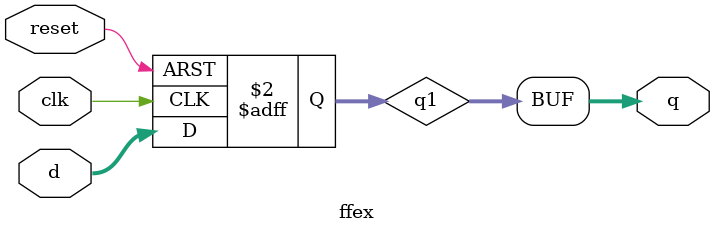
<source format=v>
module ffex(input [size_in-1:0]d, input clk,reset,output [size_in-1:0]q);

parameter size_in=2;
reg [size_in-1:0]q1;
assign q=q1;
reg [size_in-1:0]q2;

always@(posedge clk,posedge reset)
	begin
	if(reset)
	begin 
		q1<=0;
		q2<=0;
	end
	else
	begin
		q1<=d;
		q2<=q1;
	end
	
	end
endmodule

</source>
